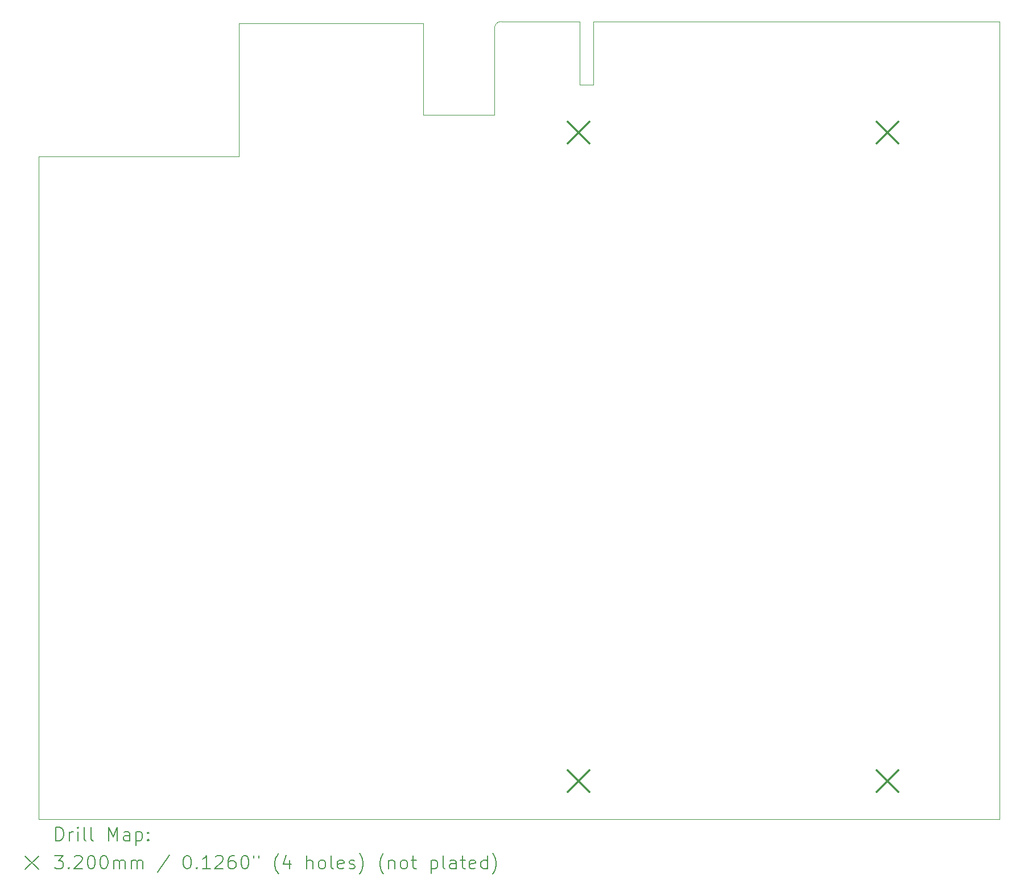
<source format=gbr>
%TF.GenerationSoftware,KiCad,Pcbnew,7.0.10*%
%TF.CreationDate,2026-02-25T18:36:38+03:00*%
%TF.ProjectId,deltas_backplane,64656c74-6173-45f6-9261-636b706c616e,rev?*%
%TF.SameCoordinates,Original*%
%TF.FileFunction,Drillmap*%
%TF.FilePolarity,Positive*%
%FSLAX45Y45*%
G04 Gerber Fmt 4.5, Leading zero omitted, Abs format (unit mm)*
G04 Created by KiCad (PCBNEW 7.0.10) date 2026-02-25 18:36:38*
%MOMM*%
%LPD*%
G01*
G04 APERTURE LIST*
%ADD10C,0.100000*%
%ADD11C,0.200000*%
%ADD12C,0.320000*%
G04 APERTURE END LIST*
D10*
X16571199Y-2564352D02*
X16571199Y-1624552D01*
X16774399Y-2564352D02*
X16571199Y-2564352D01*
X22818000Y-13500000D02*
X8519798Y-13500000D01*
X15401199Y-1624549D02*
G75*
G03*
X15301199Y-1724552I1J-100001D01*
G01*
X14239299Y-3017701D02*
X15301199Y-3017701D01*
X15301199Y-1724552D02*
X15301199Y-3017701D01*
X14239299Y-1656352D02*
X11500000Y-1656352D01*
X16571199Y-1624552D02*
X15401199Y-1624552D01*
X16774399Y-1624552D02*
X16774399Y-2564352D01*
X22818000Y-1624552D02*
X16774399Y-1624552D01*
X11500000Y-3630402D02*
X11500000Y-1656352D01*
X22818000Y-1624552D02*
X22818000Y-13500000D01*
X8519798Y-3630402D02*
X8519798Y-13500000D01*
X8519798Y-3630402D02*
X11500000Y-3630402D01*
X14239299Y-1656352D02*
X14239299Y-3017701D01*
D11*
D12*
X16390699Y-3119701D02*
X16710699Y-3439701D01*
X16710699Y-3119701D02*
X16390699Y-3439701D01*
X16390699Y-12771701D02*
X16710699Y-13091701D01*
X16710699Y-12771701D02*
X16390699Y-13091701D01*
X20988099Y-3119701D02*
X21308099Y-3439701D01*
X21308099Y-3119701D02*
X20988099Y-3439701D01*
X20988099Y-12771701D02*
X21308099Y-13091701D01*
X21308099Y-12771701D02*
X20988099Y-13091701D01*
D11*
X8775575Y-13816484D02*
X8775575Y-13616484D01*
X8775575Y-13616484D02*
X8823194Y-13616484D01*
X8823194Y-13616484D02*
X8851765Y-13626008D01*
X8851765Y-13626008D02*
X8870813Y-13645055D01*
X8870813Y-13645055D02*
X8880337Y-13664103D01*
X8880337Y-13664103D02*
X8889861Y-13702198D01*
X8889861Y-13702198D02*
X8889861Y-13730769D01*
X8889861Y-13730769D02*
X8880337Y-13768865D01*
X8880337Y-13768865D02*
X8870813Y-13787912D01*
X8870813Y-13787912D02*
X8851765Y-13806960D01*
X8851765Y-13806960D02*
X8823194Y-13816484D01*
X8823194Y-13816484D02*
X8775575Y-13816484D01*
X8975575Y-13816484D02*
X8975575Y-13683150D01*
X8975575Y-13721246D02*
X8985099Y-13702198D01*
X8985099Y-13702198D02*
X8994622Y-13692674D01*
X8994622Y-13692674D02*
X9013670Y-13683150D01*
X9013670Y-13683150D02*
X9032718Y-13683150D01*
X9099384Y-13816484D02*
X9099384Y-13683150D01*
X9099384Y-13616484D02*
X9089861Y-13626008D01*
X9089861Y-13626008D02*
X9099384Y-13635531D01*
X9099384Y-13635531D02*
X9108908Y-13626008D01*
X9108908Y-13626008D02*
X9099384Y-13616484D01*
X9099384Y-13616484D02*
X9099384Y-13635531D01*
X9223194Y-13816484D02*
X9204146Y-13806960D01*
X9204146Y-13806960D02*
X9194622Y-13787912D01*
X9194622Y-13787912D02*
X9194622Y-13616484D01*
X9327956Y-13816484D02*
X9308908Y-13806960D01*
X9308908Y-13806960D02*
X9299384Y-13787912D01*
X9299384Y-13787912D02*
X9299384Y-13616484D01*
X9556527Y-13816484D02*
X9556527Y-13616484D01*
X9556527Y-13616484D02*
X9623194Y-13759341D01*
X9623194Y-13759341D02*
X9689861Y-13616484D01*
X9689861Y-13616484D02*
X9689861Y-13816484D01*
X9870813Y-13816484D02*
X9870813Y-13711722D01*
X9870813Y-13711722D02*
X9861289Y-13692674D01*
X9861289Y-13692674D02*
X9842242Y-13683150D01*
X9842242Y-13683150D02*
X9804146Y-13683150D01*
X9804146Y-13683150D02*
X9785099Y-13692674D01*
X9870813Y-13806960D02*
X9851765Y-13816484D01*
X9851765Y-13816484D02*
X9804146Y-13816484D01*
X9804146Y-13816484D02*
X9785099Y-13806960D01*
X9785099Y-13806960D02*
X9775575Y-13787912D01*
X9775575Y-13787912D02*
X9775575Y-13768865D01*
X9775575Y-13768865D02*
X9785099Y-13749817D01*
X9785099Y-13749817D02*
X9804146Y-13740293D01*
X9804146Y-13740293D02*
X9851765Y-13740293D01*
X9851765Y-13740293D02*
X9870813Y-13730769D01*
X9966051Y-13683150D02*
X9966051Y-13883150D01*
X9966051Y-13692674D02*
X9985099Y-13683150D01*
X9985099Y-13683150D02*
X10023194Y-13683150D01*
X10023194Y-13683150D02*
X10042242Y-13692674D01*
X10042242Y-13692674D02*
X10051765Y-13702198D01*
X10051765Y-13702198D02*
X10061289Y-13721246D01*
X10061289Y-13721246D02*
X10061289Y-13778388D01*
X10061289Y-13778388D02*
X10051765Y-13797436D01*
X10051765Y-13797436D02*
X10042242Y-13806960D01*
X10042242Y-13806960D02*
X10023194Y-13816484D01*
X10023194Y-13816484D02*
X9985099Y-13816484D01*
X9985099Y-13816484D02*
X9966051Y-13806960D01*
X10147003Y-13797436D02*
X10156527Y-13806960D01*
X10156527Y-13806960D02*
X10147003Y-13816484D01*
X10147003Y-13816484D02*
X10137480Y-13806960D01*
X10137480Y-13806960D02*
X10147003Y-13797436D01*
X10147003Y-13797436D02*
X10147003Y-13816484D01*
X10147003Y-13692674D02*
X10156527Y-13702198D01*
X10156527Y-13702198D02*
X10147003Y-13711722D01*
X10147003Y-13711722D02*
X10137480Y-13702198D01*
X10137480Y-13702198D02*
X10147003Y-13692674D01*
X10147003Y-13692674D02*
X10147003Y-13711722D01*
X8314798Y-14045000D02*
X8514798Y-14245000D01*
X8514798Y-14045000D02*
X8314798Y-14245000D01*
X8756527Y-14036484D02*
X8880337Y-14036484D01*
X8880337Y-14036484D02*
X8813670Y-14112674D01*
X8813670Y-14112674D02*
X8842242Y-14112674D01*
X8842242Y-14112674D02*
X8861289Y-14122198D01*
X8861289Y-14122198D02*
X8870813Y-14131722D01*
X8870813Y-14131722D02*
X8880337Y-14150769D01*
X8880337Y-14150769D02*
X8880337Y-14198388D01*
X8880337Y-14198388D02*
X8870813Y-14217436D01*
X8870813Y-14217436D02*
X8861289Y-14226960D01*
X8861289Y-14226960D02*
X8842242Y-14236484D01*
X8842242Y-14236484D02*
X8785099Y-14236484D01*
X8785099Y-14236484D02*
X8766051Y-14226960D01*
X8766051Y-14226960D02*
X8756527Y-14217436D01*
X8966051Y-14217436D02*
X8975575Y-14226960D01*
X8975575Y-14226960D02*
X8966051Y-14236484D01*
X8966051Y-14236484D02*
X8956527Y-14226960D01*
X8956527Y-14226960D02*
X8966051Y-14217436D01*
X8966051Y-14217436D02*
X8966051Y-14236484D01*
X9051765Y-14055531D02*
X9061289Y-14046008D01*
X9061289Y-14046008D02*
X9080337Y-14036484D01*
X9080337Y-14036484D02*
X9127956Y-14036484D01*
X9127956Y-14036484D02*
X9147003Y-14046008D01*
X9147003Y-14046008D02*
X9156527Y-14055531D01*
X9156527Y-14055531D02*
X9166051Y-14074579D01*
X9166051Y-14074579D02*
X9166051Y-14093627D01*
X9166051Y-14093627D02*
X9156527Y-14122198D01*
X9156527Y-14122198D02*
X9042242Y-14236484D01*
X9042242Y-14236484D02*
X9166051Y-14236484D01*
X9289861Y-14036484D02*
X9308908Y-14036484D01*
X9308908Y-14036484D02*
X9327956Y-14046008D01*
X9327956Y-14046008D02*
X9337480Y-14055531D01*
X9337480Y-14055531D02*
X9347003Y-14074579D01*
X9347003Y-14074579D02*
X9356527Y-14112674D01*
X9356527Y-14112674D02*
X9356527Y-14160293D01*
X9356527Y-14160293D02*
X9347003Y-14198388D01*
X9347003Y-14198388D02*
X9337480Y-14217436D01*
X9337480Y-14217436D02*
X9327956Y-14226960D01*
X9327956Y-14226960D02*
X9308908Y-14236484D01*
X9308908Y-14236484D02*
X9289861Y-14236484D01*
X9289861Y-14236484D02*
X9270813Y-14226960D01*
X9270813Y-14226960D02*
X9261289Y-14217436D01*
X9261289Y-14217436D02*
X9251765Y-14198388D01*
X9251765Y-14198388D02*
X9242242Y-14160293D01*
X9242242Y-14160293D02*
X9242242Y-14112674D01*
X9242242Y-14112674D02*
X9251765Y-14074579D01*
X9251765Y-14074579D02*
X9261289Y-14055531D01*
X9261289Y-14055531D02*
X9270813Y-14046008D01*
X9270813Y-14046008D02*
X9289861Y-14036484D01*
X9480337Y-14036484D02*
X9499384Y-14036484D01*
X9499384Y-14036484D02*
X9518432Y-14046008D01*
X9518432Y-14046008D02*
X9527956Y-14055531D01*
X9527956Y-14055531D02*
X9537480Y-14074579D01*
X9537480Y-14074579D02*
X9547003Y-14112674D01*
X9547003Y-14112674D02*
X9547003Y-14160293D01*
X9547003Y-14160293D02*
X9537480Y-14198388D01*
X9537480Y-14198388D02*
X9527956Y-14217436D01*
X9527956Y-14217436D02*
X9518432Y-14226960D01*
X9518432Y-14226960D02*
X9499384Y-14236484D01*
X9499384Y-14236484D02*
X9480337Y-14236484D01*
X9480337Y-14236484D02*
X9461289Y-14226960D01*
X9461289Y-14226960D02*
X9451765Y-14217436D01*
X9451765Y-14217436D02*
X9442242Y-14198388D01*
X9442242Y-14198388D02*
X9432718Y-14160293D01*
X9432718Y-14160293D02*
X9432718Y-14112674D01*
X9432718Y-14112674D02*
X9442242Y-14074579D01*
X9442242Y-14074579D02*
X9451765Y-14055531D01*
X9451765Y-14055531D02*
X9461289Y-14046008D01*
X9461289Y-14046008D02*
X9480337Y-14036484D01*
X9632718Y-14236484D02*
X9632718Y-14103150D01*
X9632718Y-14122198D02*
X9642242Y-14112674D01*
X9642242Y-14112674D02*
X9661289Y-14103150D01*
X9661289Y-14103150D02*
X9689861Y-14103150D01*
X9689861Y-14103150D02*
X9708908Y-14112674D01*
X9708908Y-14112674D02*
X9718432Y-14131722D01*
X9718432Y-14131722D02*
X9718432Y-14236484D01*
X9718432Y-14131722D02*
X9727956Y-14112674D01*
X9727956Y-14112674D02*
X9747003Y-14103150D01*
X9747003Y-14103150D02*
X9775575Y-14103150D01*
X9775575Y-14103150D02*
X9794623Y-14112674D01*
X9794623Y-14112674D02*
X9804146Y-14131722D01*
X9804146Y-14131722D02*
X9804146Y-14236484D01*
X9899384Y-14236484D02*
X9899384Y-14103150D01*
X9899384Y-14122198D02*
X9908908Y-14112674D01*
X9908908Y-14112674D02*
X9927956Y-14103150D01*
X9927956Y-14103150D02*
X9956527Y-14103150D01*
X9956527Y-14103150D02*
X9975575Y-14112674D01*
X9975575Y-14112674D02*
X9985099Y-14131722D01*
X9985099Y-14131722D02*
X9985099Y-14236484D01*
X9985099Y-14131722D02*
X9994623Y-14112674D01*
X9994623Y-14112674D02*
X10013670Y-14103150D01*
X10013670Y-14103150D02*
X10042242Y-14103150D01*
X10042242Y-14103150D02*
X10061289Y-14112674D01*
X10061289Y-14112674D02*
X10070813Y-14131722D01*
X10070813Y-14131722D02*
X10070813Y-14236484D01*
X10461289Y-14026960D02*
X10289861Y-14284103D01*
X10718432Y-14036484D02*
X10737480Y-14036484D01*
X10737480Y-14036484D02*
X10756527Y-14046008D01*
X10756527Y-14046008D02*
X10766051Y-14055531D01*
X10766051Y-14055531D02*
X10775575Y-14074579D01*
X10775575Y-14074579D02*
X10785099Y-14112674D01*
X10785099Y-14112674D02*
X10785099Y-14160293D01*
X10785099Y-14160293D02*
X10775575Y-14198388D01*
X10775575Y-14198388D02*
X10766051Y-14217436D01*
X10766051Y-14217436D02*
X10756527Y-14226960D01*
X10756527Y-14226960D02*
X10737480Y-14236484D01*
X10737480Y-14236484D02*
X10718432Y-14236484D01*
X10718432Y-14236484D02*
X10699385Y-14226960D01*
X10699385Y-14226960D02*
X10689861Y-14217436D01*
X10689861Y-14217436D02*
X10680337Y-14198388D01*
X10680337Y-14198388D02*
X10670813Y-14160293D01*
X10670813Y-14160293D02*
X10670813Y-14112674D01*
X10670813Y-14112674D02*
X10680337Y-14074579D01*
X10680337Y-14074579D02*
X10689861Y-14055531D01*
X10689861Y-14055531D02*
X10699385Y-14046008D01*
X10699385Y-14046008D02*
X10718432Y-14036484D01*
X10870813Y-14217436D02*
X10880337Y-14226960D01*
X10880337Y-14226960D02*
X10870813Y-14236484D01*
X10870813Y-14236484D02*
X10861289Y-14226960D01*
X10861289Y-14226960D02*
X10870813Y-14217436D01*
X10870813Y-14217436D02*
X10870813Y-14236484D01*
X11070813Y-14236484D02*
X10956527Y-14236484D01*
X11013670Y-14236484D02*
X11013670Y-14036484D01*
X11013670Y-14036484D02*
X10994623Y-14065055D01*
X10994623Y-14065055D02*
X10975575Y-14084103D01*
X10975575Y-14084103D02*
X10956527Y-14093627D01*
X11147004Y-14055531D02*
X11156527Y-14046008D01*
X11156527Y-14046008D02*
X11175575Y-14036484D01*
X11175575Y-14036484D02*
X11223194Y-14036484D01*
X11223194Y-14036484D02*
X11242242Y-14046008D01*
X11242242Y-14046008D02*
X11251765Y-14055531D01*
X11251765Y-14055531D02*
X11261289Y-14074579D01*
X11261289Y-14074579D02*
X11261289Y-14093627D01*
X11261289Y-14093627D02*
X11251765Y-14122198D01*
X11251765Y-14122198D02*
X11137480Y-14236484D01*
X11137480Y-14236484D02*
X11261289Y-14236484D01*
X11432718Y-14036484D02*
X11394623Y-14036484D01*
X11394623Y-14036484D02*
X11375575Y-14046008D01*
X11375575Y-14046008D02*
X11366051Y-14055531D01*
X11366051Y-14055531D02*
X11347004Y-14084103D01*
X11347004Y-14084103D02*
X11337480Y-14122198D01*
X11337480Y-14122198D02*
X11337480Y-14198388D01*
X11337480Y-14198388D02*
X11347004Y-14217436D01*
X11347004Y-14217436D02*
X11356527Y-14226960D01*
X11356527Y-14226960D02*
X11375575Y-14236484D01*
X11375575Y-14236484D02*
X11413670Y-14236484D01*
X11413670Y-14236484D02*
X11432718Y-14226960D01*
X11432718Y-14226960D02*
X11442242Y-14217436D01*
X11442242Y-14217436D02*
X11451765Y-14198388D01*
X11451765Y-14198388D02*
X11451765Y-14150769D01*
X11451765Y-14150769D02*
X11442242Y-14131722D01*
X11442242Y-14131722D02*
X11432718Y-14122198D01*
X11432718Y-14122198D02*
X11413670Y-14112674D01*
X11413670Y-14112674D02*
X11375575Y-14112674D01*
X11375575Y-14112674D02*
X11356527Y-14122198D01*
X11356527Y-14122198D02*
X11347004Y-14131722D01*
X11347004Y-14131722D02*
X11337480Y-14150769D01*
X11575575Y-14036484D02*
X11594623Y-14036484D01*
X11594623Y-14036484D02*
X11613670Y-14046008D01*
X11613670Y-14046008D02*
X11623194Y-14055531D01*
X11623194Y-14055531D02*
X11632718Y-14074579D01*
X11632718Y-14074579D02*
X11642242Y-14112674D01*
X11642242Y-14112674D02*
X11642242Y-14160293D01*
X11642242Y-14160293D02*
X11632718Y-14198388D01*
X11632718Y-14198388D02*
X11623194Y-14217436D01*
X11623194Y-14217436D02*
X11613670Y-14226960D01*
X11613670Y-14226960D02*
X11594623Y-14236484D01*
X11594623Y-14236484D02*
X11575575Y-14236484D01*
X11575575Y-14236484D02*
X11556527Y-14226960D01*
X11556527Y-14226960D02*
X11547004Y-14217436D01*
X11547004Y-14217436D02*
X11537480Y-14198388D01*
X11537480Y-14198388D02*
X11527956Y-14160293D01*
X11527956Y-14160293D02*
X11527956Y-14112674D01*
X11527956Y-14112674D02*
X11537480Y-14074579D01*
X11537480Y-14074579D02*
X11547004Y-14055531D01*
X11547004Y-14055531D02*
X11556527Y-14046008D01*
X11556527Y-14046008D02*
X11575575Y-14036484D01*
X11718432Y-14036484D02*
X11718432Y-14074579D01*
X11794623Y-14036484D02*
X11794623Y-14074579D01*
X12089861Y-14312674D02*
X12080337Y-14303150D01*
X12080337Y-14303150D02*
X12061289Y-14274579D01*
X12061289Y-14274579D02*
X12051766Y-14255531D01*
X12051766Y-14255531D02*
X12042242Y-14226960D01*
X12042242Y-14226960D02*
X12032718Y-14179341D01*
X12032718Y-14179341D02*
X12032718Y-14141246D01*
X12032718Y-14141246D02*
X12042242Y-14093627D01*
X12042242Y-14093627D02*
X12051766Y-14065055D01*
X12051766Y-14065055D02*
X12061289Y-14046008D01*
X12061289Y-14046008D02*
X12080337Y-14017436D01*
X12080337Y-14017436D02*
X12089861Y-14007912D01*
X12251766Y-14103150D02*
X12251766Y-14236484D01*
X12204146Y-14026960D02*
X12156527Y-14169817D01*
X12156527Y-14169817D02*
X12280337Y-14169817D01*
X12508908Y-14236484D02*
X12508908Y-14036484D01*
X12594623Y-14236484D02*
X12594623Y-14131722D01*
X12594623Y-14131722D02*
X12585099Y-14112674D01*
X12585099Y-14112674D02*
X12566051Y-14103150D01*
X12566051Y-14103150D02*
X12537480Y-14103150D01*
X12537480Y-14103150D02*
X12518432Y-14112674D01*
X12518432Y-14112674D02*
X12508908Y-14122198D01*
X12718432Y-14236484D02*
X12699385Y-14226960D01*
X12699385Y-14226960D02*
X12689861Y-14217436D01*
X12689861Y-14217436D02*
X12680337Y-14198388D01*
X12680337Y-14198388D02*
X12680337Y-14141246D01*
X12680337Y-14141246D02*
X12689861Y-14122198D01*
X12689861Y-14122198D02*
X12699385Y-14112674D01*
X12699385Y-14112674D02*
X12718432Y-14103150D01*
X12718432Y-14103150D02*
X12747004Y-14103150D01*
X12747004Y-14103150D02*
X12766051Y-14112674D01*
X12766051Y-14112674D02*
X12775575Y-14122198D01*
X12775575Y-14122198D02*
X12785099Y-14141246D01*
X12785099Y-14141246D02*
X12785099Y-14198388D01*
X12785099Y-14198388D02*
X12775575Y-14217436D01*
X12775575Y-14217436D02*
X12766051Y-14226960D01*
X12766051Y-14226960D02*
X12747004Y-14236484D01*
X12747004Y-14236484D02*
X12718432Y-14236484D01*
X12899385Y-14236484D02*
X12880337Y-14226960D01*
X12880337Y-14226960D02*
X12870813Y-14207912D01*
X12870813Y-14207912D02*
X12870813Y-14036484D01*
X13051766Y-14226960D02*
X13032718Y-14236484D01*
X13032718Y-14236484D02*
X12994623Y-14236484D01*
X12994623Y-14236484D02*
X12975575Y-14226960D01*
X12975575Y-14226960D02*
X12966051Y-14207912D01*
X12966051Y-14207912D02*
X12966051Y-14131722D01*
X12966051Y-14131722D02*
X12975575Y-14112674D01*
X12975575Y-14112674D02*
X12994623Y-14103150D01*
X12994623Y-14103150D02*
X13032718Y-14103150D01*
X13032718Y-14103150D02*
X13051766Y-14112674D01*
X13051766Y-14112674D02*
X13061289Y-14131722D01*
X13061289Y-14131722D02*
X13061289Y-14150769D01*
X13061289Y-14150769D02*
X12966051Y-14169817D01*
X13137480Y-14226960D02*
X13156528Y-14236484D01*
X13156528Y-14236484D02*
X13194623Y-14236484D01*
X13194623Y-14236484D02*
X13213670Y-14226960D01*
X13213670Y-14226960D02*
X13223194Y-14207912D01*
X13223194Y-14207912D02*
X13223194Y-14198388D01*
X13223194Y-14198388D02*
X13213670Y-14179341D01*
X13213670Y-14179341D02*
X13194623Y-14169817D01*
X13194623Y-14169817D02*
X13166051Y-14169817D01*
X13166051Y-14169817D02*
X13147004Y-14160293D01*
X13147004Y-14160293D02*
X13137480Y-14141246D01*
X13137480Y-14141246D02*
X13137480Y-14131722D01*
X13137480Y-14131722D02*
X13147004Y-14112674D01*
X13147004Y-14112674D02*
X13166051Y-14103150D01*
X13166051Y-14103150D02*
X13194623Y-14103150D01*
X13194623Y-14103150D02*
X13213670Y-14112674D01*
X13289861Y-14312674D02*
X13299385Y-14303150D01*
X13299385Y-14303150D02*
X13318432Y-14274579D01*
X13318432Y-14274579D02*
X13327956Y-14255531D01*
X13327956Y-14255531D02*
X13337480Y-14226960D01*
X13337480Y-14226960D02*
X13347004Y-14179341D01*
X13347004Y-14179341D02*
X13347004Y-14141246D01*
X13347004Y-14141246D02*
X13337480Y-14093627D01*
X13337480Y-14093627D02*
X13327956Y-14065055D01*
X13327956Y-14065055D02*
X13318432Y-14046008D01*
X13318432Y-14046008D02*
X13299385Y-14017436D01*
X13299385Y-14017436D02*
X13289861Y-14007912D01*
X13651766Y-14312674D02*
X13642242Y-14303150D01*
X13642242Y-14303150D02*
X13623194Y-14274579D01*
X13623194Y-14274579D02*
X13613670Y-14255531D01*
X13613670Y-14255531D02*
X13604147Y-14226960D01*
X13604147Y-14226960D02*
X13594623Y-14179341D01*
X13594623Y-14179341D02*
X13594623Y-14141246D01*
X13594623Y-14141246D02*
X13604147Y-14093627D01*
X13604147Y-14093627D02*
X13613670Y-14065055D01*
X13613670Y-14065055D02*
X13623194Y-14046008D01*
X13623194Y-14046008D02*
X13642242Y-14017436D01*
X13642242Y-14017436D02*
X13651766Y-14007912D01*
X13727956Y-14103150D02*
X13727956Y-14236484D01*
X13727956Y-14122198D02*
X13737480Y-14112674D01*
X13737480Y-14112674D02*
X13756528Y-14103150D01*
X13756528Y-14103150D02*
X13785099Y-14103150D01*
X13785099Y-14103150D02*
X13804147Y-14112674D01*
X13804147Y-14112674D02*
X13813670Y-14131722D01*
X13813670Y-14131722D02*
X13813670Y-14236484D01*
X13937480Y-14236484D02*
X13918432Y-14226960D01*
X13918432Y-14226960D02*
X13908909Y-14217436D01*
X13908909Y-14217436D02*
X13899385Y-14198388D01*
X13899385Y-14198388D02*
X13899385Y-14141246D01*
X13899385Y-14141246D02*
X13908909Y-14122198D01*
X13908909Y-14122198D02*
X13918432Y-14112674D01*
X13918432Y-14112674D02*
X13937480Y-14103150D01*
X13937480Y-14103150D02*
X13966051Y-14103150D01*
X13966051Y-14103150D02*
X13985099Y-14112674D01*
X13985099Y-14112674D02*
X13994623Y-14122198D01*
X13994623Y-14122198D02*
X14004147Y-14141246D01*
X14004147Y-14141246D02*
X14004147Y-14198388D01*
X14004147Y-14198388D02*
X13994623Y-14217436D01*
X13994623Y-14217436D02*
X13985099Y-14226960D01*
X13985099Y-14226960D02*
X13966051Y-14236484D01*
X13966051Y-14236484D02*
X13937480Y-14236484D01*
X14061290Y-14103150D02*
X14137480Y-14103150D01*
X14089861Y-14036484D02*
X14089861Y-14207912D01*
X14089861Y-14207912D02*
X14099385Y-14226960D01*
X14099385Y-14226960D02*
X14118432Y-14236484D01*
X14118432Y-14236484D02*
X14137480Y-14236484D01*
X14356528Y-14103150D02*
X14356528Y-14303150D01*
X14356528Y-14112674D02*
X14375575Y-14103150D01*
X14375575Y-14103150D02*
X14413671Y-14103150D01*
X14413671Y-14103150D02*
X14432718Y-14112674D01*
X14432718Y-14112674D02*
X14442242Y-14122198D01*
X14442242Y-14122198D02*
X14451766Y-14141246D01*
X14451766Y-14141246D02*
X14451766Y-14198388D01*
X14451766Y-14198388D02*
X14442242Y-14217436D01*
X14442242Y-14217436D02*
X14432718Y-14226960D01*
X14432718Y-14226960D02*
X14413671Y-14236484D01*
X14413671Y-14236484D02*
X14375575Y-14236484D01*
X14375575Y-14236484D02*
X14356528Y-14226960D01*
X14566051Y-14236484D02*
X14547004Y-14226960D01*
X14547004Y-14226960D02*
X14537480Y-14207912D01*
X14537480Y-14207912D02*
X14537480Y-14036484D01*
X14727956Y-14236484D02*
X14727956Y-14131722D01*
X14727956Y-14131722D02*
X14718432Y-14112674D01*
X14718432Y-14112674D02*
X14699385Y-14103150D01*
X14699385Y-14103150D02*
X14661290Y-14103150D01*
X14661290Y-14103150D02*
X14642242Y-14112674D01*
X14727956Y-14226960D02*
X14708909Y-14236484D01*
X14708909Y-14236484D02*
X14661290Y-14236484D01*
X14661290Y-14236484D02*
X14642242Y-14226960D01*
X14642242Y-14226960D02*
X14632718Y-14207912D01*
X14632718Y-14207912D02*
X14632718Y-14188865D01*
X14632718Y-14188865D02*
X14642242Y-14169817D01*
X14642242Y-14169817D02*
X14661290Y-14160293D01*
X14661290Y-14160293D02*
X14708909Y-14160293D01*
X14708909Y-14160293D02*
X14727956Y-14150769D01*
X14794623Y-14103150D02*
X14870813Y-14103150D01*
X14823194Y-14036484D02*
X14823194Y-14207912D01*
X14823194Y-14207912D02*
X14832718Y-14226960D01*
X14832718Y-14226960D02*
X14851766Y-14236484D01*
X14851766Y-14236484D02*
X14870813Y-14236484D01*
X15013671Y-14226960D02*
X14994623Y-14236484D01*
X14994623Y-14236484D02*
X14956528Y-14236484D01*
X14956528Y-14236484D02*
X14937480Y-14226960D01*
X14937480Y-14226960D02*
X14927956Y-14207912D01*
X14927956Y-14207912D02*
X14927956Y-14131722D01*
X14927956Y-14131722D02*
X14937480Y-14112674D01*
X14937480Y-14112674D02*
X14956528Y-14103150D01*
X14956528Y-14103150D02*
X14994623Y-14103150D01*
X14994623Y-14103150D02*
X15013671Y-14112674D01*
X15013671Y-14112674D02*
X15023194Y-14131722D01*
X15023194Y-14131722D02*
X15023194Y-14150769D01*
X15023194Y-14150769D02*
X14927956Y-14169817D01*
X15194623Y-14236484D02*
X15194623Y-14036484D01*
X15194623Y-14226960D02*
X15175575Y-14236484D01*
X15175575Y-14236484D02*
X15137480Y-14236484D01*
X15137480Y-14236484D02*
X15118432Y-14226960D01*
X15118432Y-14226960D02*
X15108909Y-14217436D01*
X15108909Y-14217436D02*
X15099385Y-14198388D01*
X15099385Y-14198388D02*
X15099385Y-14141246D01*
X15099385Y-14141246D02*
X15108909Y-14122198D01*
X15108909Y-14122198D02*
X15118432Y-14112674D01*
X15118432Y-14112674D02*
X15137480Y-14103150D01*
X15137480Y-14103150D02*
X15175575Y-14103150D01*
X15175575Y-14103150D02*
X15194623Y-14112674D01*
X15270813Y-14312674D02*
X15280337Y-14303150D01*
X15280337Y-14303150D02*
X15299385Y-14274579D01*
X15299385Y-14274579D02*
X15308909Y-14255531D01*
X15308909Y-14255531D02*
X15318432Y-14226960D01*
X15318432Y-14226960D02*
X15327956Y-14179341D01*
X15327956Y-14179341D02*
X15327956Y-14141246D01*
X15327956Y-14141246D02*
X15318432Y-14093627D01*
X15318432Y-14093627D02*
X15308909Y-14065055D01*
X15308909Y-14065055D02*
X15299385Y-14046008D01*
X15299385Y-14046008D02*
X15280337Y-14017436D01*
X15280337Y-14017436D02*
X15270813Y-14007912D01*
M02*

</source>
